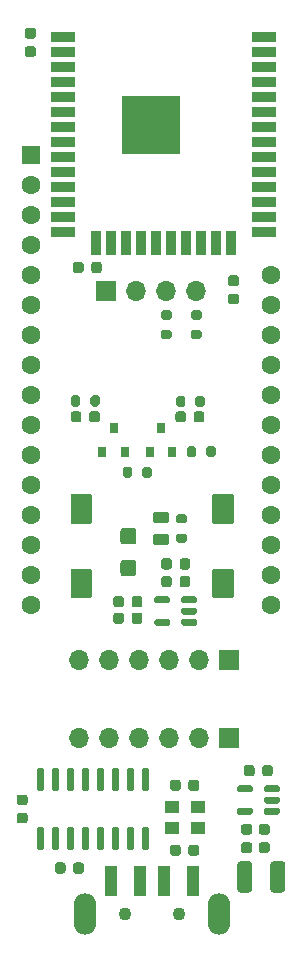
<source format=gbr>
G04 #@! TF.GenerationSoftware,KiCad,Pcbnew,5.1.10-88a1d61d58~90~ubuntu20.04.1*
G04 #@! TF.CreationDate,2021-07-18T21:46:05+01:00*
G04 #@! TF.ProjectId,lhc_tijolo32_board,6c68635f-7469-46a6-9f6c-6f33325f626f,rev?*
G04 #@! TF.SameCoordinates,Original*
G04 #@! TF.FileFunction,Soldermask,Top*
G04 #@! TF.FilePolarity,Negative*
%FSLAX46Y46*%
G04 Gerber Fmt 4.6, Leading zero omitted, Abs format (unit mm)*
G04 Created by KiCad (PCBNEW 5.1.10-88a1d61d58~90~ubuntu20.04.1) date 2021-07-18 21:46:05*
%MOMM*%
%LPD*%
G01*
G04 APERTURE LIST*
%ADD10O,1.700000X1.700000*%
%ADD11R,1.700000X1.700000*%
%ADD12C,1.600000*%
%ADD13R,1.600000X1.600000*%
%ADD14C,1.100000*%
%ADD15O,1.900000X3.500000*%
%ADD16R,1.100000X2.500000*%
%ADD17R,0.800000X0.900000*%
%ADD18R,5.000000X5.000000*%
%ADD19R,2.000000X0.900000*%
%ADD20R,0.900000X2.000000*%
%ADD21R,1.300000X1.000000*%
G04 APERTURE END LIST*
D10*
X107442000Y-88138000D03*
X109982000Y-88138000D03*
X112522000Y-88138000D03*
X115062000Y-88138000D03*
X117602000Y-88138000D03*
D11*
X120142000Y-88138000D03*
D10*
X107442000Y-94742000D03*
X109982000Y-94742000D03*
X112522000Y-94742000D03*
X115062000Y-94742000D03*
X117602000Y-94742000D03*
D11*
X120142000Y-94742000D03*
D10*
X117348000Y-56896000D03*
X114808000Y-56896000D03*
X112268000Y-56896000D03*
D11*
X109728000Y-56896000D03*
D12*
X123700000Y-83480000D03*
X123700000Y-80940000D03*
X123700000Y-78400000D03*
X123700000Y-75860000D03*
X123700000Y-73320000D03*
X123700000Y-70780000D03*
X123700000Y-68240000D03*
X123700000Y-65700000D03*
X123700000Y-63160000D03*
X123700000Y-60620000D03*
X123700000Y-58080000D03*
X123700000Y-55540000D03*
D13*
X103380000Y-45380000D03*
D12*
X103380000Y-47920000D03*
X103380000Y-50460000D03*
X103380000Y-53000000D03*
X103380000Y-55540000D03*
X103380000Y-58080000D03*
X103380000Y-60620000D03*
X103380000Y-63160000D03*
X103380000Y-65700000D03*
X103380000Y-68240000D03*
X103380000Y-70780000D03*
X103380000Y-73320000D03*
X103380000Y-75860000D03*
X103380000Y-78400000D03*
X103380000Y-80940000D03*
X103380000Y-83480000D03*
G36*
G01*
X117625000Y-59315000D02*
X117075000Y-59315000D01*
G75*
G02*
X116875000Y-59115000I0J200000D01*
G01*
X116875000Y-58715000D01*
G75*
G02*
X117075000Y-58515000I200000J0D01*
G01*
X117625000Y-58515000D01*
G75*
G02*
X117825000Y-58715000I0J-200000D01*
G01*
X117825000Y-59115000D01*
G75*
G02*
X117625000Y-59315000I-200000J0D01*
G01*
G37*
G36*
G01*
X117625000Y-60965000D02*
X117075000Y-60965000D01*
G75*
G02*
X116875000Y-60765000I0J200000D01*
G01*
X116875000Y-60365000D01*
G75*
G02*
X117075000Y-60165000I200000J0D01*
G01*
X117625000Y-60165000D01*
G75*
G02*
X117825000Y-60365000I0J-200000D01*
G01*
X117825000Y-60765000D01*
G75*
G02*
X117625000Y-60965000I-200000J0D01*
G01*
G37*
G36*
G01*
X107800000Y-54640000D02*
X107800000Y-55140000D01*
G75*
G02*
X107575000Y-55365000I-225000J0D01*
G01*
X107125000Y-55365000D01*
G75*
G02*
X106900000Y-55140000I0J225000D01*
G01*
X106900000Y-54640000D01*
G75*
G02*
X107125000Y-54415000I225000J0D01*
G01*
X107575000Y-54415000D01*
G75*
G02*
X107800000Y-54640000I0J-225000D01*
G01*
G37*
G36*
G01*
X109350000Y-54640000D02*
X109350000Y-55140000D01*
G75*
G02*
X109125000Y-55365000I-225000J0D01*
G01*
X108675000Y-55365000D01*
G75*
G02*
X108450000Y-55140000I0J225000D01*
G01*
X108450000Y-54640000D01*
G75*
G02*
X108675000Y-54415000I225000J0D01*
G01*
X109125000Y-54415000D01*
G75*
G02*
X109350000Y-54640000I0J-225000D01*
G01*
G37*
G36*
G01*
X120398830Y-82890550D02*
X118801170Y-82890550D01*
G75*
G02*
X118699570Y-82788950I0J101600D01*
G01*
X118699570Y-80490250D01*
G75*
G02*
X118801170Y-80388650I101600J0D01*
G01*
X120398830Y-80388650D01*
G75*
G02*
X120500430Y-80490250I0J-101600D01*
G01*
X120500430Y-82788950D01*
G75*
G02*
X120398830Y-82890550I-101600J0D01*
G01*
G37*
G36*
G01*
X120398830Y-76591350D02*
X118801170Y-76591350D01*
G75*
G02*
X118699570Y-76489750I0J101600D01*
G01*
X118699570Y-74191050D01*
G75*
G02*
X118801170Y-74089450I101600J0D01*
G01*
X120398830Y-74089450D01*
G75*
G02*
X120500430Y-74191050I0J-101600D01*
G01*
X120500430Y-76489750D01*
G75*
G02*
X120398830Y-76591350I-101600J0D01*
G01*
G37*
G36*
G01*
X108398830Y-82890550D02*
X106801170Y-82890550D01*
G75*
G02*
X106699570Y-82788950I0J101600D01*
G01*
X106699570Y-80490250D01*
G75*
G02*
X106801170Y-80388650I101600J0D01*
G01*
X108398830Y-80388650D01*
G75*
G02*
X108500430Y-80490250I0J-101600D01*
G01*
X108500430Y-82788950D01*
G75*
G02*
X108398830Y-82890550I-101600J0D01*
G01*
G37*
G36*
G01*
X108398830Y-76591350D02*
X106801170Y-76591350D01*
G75*
G02*
X106699570Y-76489750I0J101600D01*
G01*
X106699570Y-74191050D01*
G75*
G02*
X106801170Y-74089450I101600J0D01*
G01*
X108398830Y-74089450D01*
G75*
G02*
X108500430Y-74191050I0J-101600D01*
G01*
X108500430Y-76489750D01*
G75*
G02*
X108398830Y-76591350I-101600J0D01*
G01*
G37*
G36*
G01*
X117275000Y-66515000D02*
X117275000Y-65965000D01*
G75*
G02*
X117475000Y-65765000I200000J0D01*
G01*
X117875000Y-65765000D01*
G75*
G02*
X118075000Y-65965000I0J-200000D01*
G01*
X118075000Y-66515000D01*
G75*
G02*
X117875000Y-66715000I-200000J0D01*
G01*
X117475000Y-66715000D01*
G75*
G02*
X117275000Y-66515000I0J200000D01*
G01*
G37*
G36*
G01*
X115625000Y-66515000D02*
X115625000Y-65965000D01*
G75*
G02*
X115825000Y-65765000I200000J0D01*
G01*
X116225000Y-65765000D01*
G75*
G02*
X116425000Y-65965000I0J-200000D01*
G01*
X116425000Y-66515000D01*
G75*
G02*
X116225000Y-66715000I-200000J0D01*
G01*
X115825000Y-66715000D01*
G75*
G02*
X115625000Y-66515000I0J200000D01*
G01*
G37*
G36*
G01*
X112775000Y-72515000D02*
X112775000Y-71965000D01*
G75*
G02*
X112975000Y-71765000I200000J0D01*
G01*
X113375000Y-71765000D01*
G75*
G02*
X113575000Y-71965000I0J-200000D01*
G01*
X113575000Y-72515000D01*
G75*
G02*
X113375000Y-72715000I-200000J0D01*
G01*
X112975000Y-72715000D01*
G75*
G02*
X112775000Y-72515000I0J200000D01*
G01*
G37*
G36*
G01*
X111125000Y-72515000D02*
X111125000Y-71965000D01*
G75*
G02*
X111325000Y-71765000I200000J0D01*
G01*
X111725000Y-71765000D01*
G75*
G02*
X111925000Y-71965000I0J-200000D01*
G01*
X111925000Y-72515000D01*
G75*
G02*
X111725000Y-72715000I-200000J0D01*
G01*
X111325000Y-72715000D01*
G75*
G02*
X111125000Y-72515000I0J200000D01*
G01*
G37*
G36*
G01*
X122850000Y-103565000D02*
X123350000Y-103565000D01*
G75*
G02*
X123575000Y-103790000I0J-225000D01*
G01*
X123575000Y-104240000D01*
G75*
G02*
X123350000Y-104465000I-225000J0D01*
G01*
X122850000Y-104465000D01*
G75*
G02*
X122625000Y-104240000I0J225000D01*
G01*
X122625000Y-103790000D01*
G75*
G02*
X122850000Y-103565000I225000J0D01*
G01*
G37*
G36*
G01*
X122850000Y-102015000D02*
X123350000Y-102015000D01*
G75*
G02*
X123575000Y-102240000I0J-225000D01*
G01*
X123575000Y-102690000D01*
G75*
G02*
X123350000Y-102915000I-225000J0D01*
G01*
X122850000Y-102915000D01*
G75*
G02*
X122625000Y-102690000I0J225000D01*
G01*
X122625000Y-102240000D01*
G75*
G02*
X122850000Y-102015000I225000J0D01*
G01*
G37*
G36*
G01*
X104305000Y-104190000D02*
X104005000Y-104190000D01*
G75*
G02*
X103855000Y-104040000I0J150000D01*
G01*
X103855000Y-102390000D01*
G75*
G02*
X104005000Y-102240000I150000J0D01*
G01*
X104305000Y-102240000D01*
G75*
G02*
X104455000Y-102390000I0J-150000D01*
G01*
X104455000Y-104040000D01*
G75*
G02*
X104305000Y-104190000I-150000J0D01*
G01*
G37*
G36*
G01*
X105575000Y-104190000D02*
X105275000Y-104190000D01*
G75*
G02*
X105125000Y-104040000I0J150000D01*
G01*
X105125000Y-102390000D01*
G75*
G02*
X105275000Y-102240000I150000J0D01*
G01*
X105575000Y-102240000D01*
G75*
G02*
X105725000Y-102390000I0J-150000D01*
G01*
X105725000Y-104040000D01*
G75*
G02*
X105575000Y-104190000I-150000J0D01*
G01*
G37*
G36*
G01*
X106845000Y-104190000D02*
X106545000Y-104190000D01*
G75*
G02*
X106395000Y-104040000I0J150000D01*
G01*
X106395000Y-102390000D01*
G75*
G02*
X106545000Y-102240000I150000J0D01*
G01*
X106845000Y-102240000D01*
G75*
G02*
X106995000Y-102390000I0J-150000D01*
G01*
X106995000Y-104040000D01*
G75*
G02*
X106845000Y-104190000I-150000J0D01*
G01*
G37*
G36*
G01*
X108115000Y-104190000D02*
X107815000Y-104190000D01*
G75*
G02*
X107665000Y-104040000I0J150000D01*
G01*
X107665000Y-102390000D01*
G75*
G02*
X107815000Y-102240000I150000J0D01*
G01*
X108115000Y-102240000D01*
G75*
G02*
X108265000Y-102390000I0J-150000D01*
G01*
X108265000Y-104040000D01*
G75*
G02*
X108115000Y-104190000I-150000J0D01*
G01*
G37*
G36*
G01*
X109385000Y-104190000D02*
X109085000Y-104190000D01*
G75*
G02*
X108935000Y-104040000I0J150000D01*
G01*
X108935000Y-102390000D01*
G75*
G02*
X109085000Y-102240000I150000J0D01*
G01*
X109385000Y-102240000D01*
G75*
G02*
X109535000Y-102390000I0J-150000D01*
G01*
X109535000Y-104040000D01*
G75*
G02*
X109385000Y-104190000I-150000J0D01*
G01*
G37*
G36*
G01*
X110655000Y-104190000D02*
X110355000Y-104190000D01*
G75*
G02*
X110205000Y-104040000I0J150000D01*
G01*
X110205000Y-102390000D01*
G75*
G02*
X110355000Y-102240000I150000J0D01*
G01*
X110655000Y-102240000D01*
G75*
G02*
X110805000Y-102390000I0J-150000D01*
G01*
X110805000Y-104040000D01*
G75*
G02*
X110655000Y-104190000I-150000J0D01*
G01*
G37*
G36*
G01*
X111925000Y-104190000D02*
X111625000Y-104190000D01*
G75*
G02*
X111475000Y-104040000I0J150000D01*
G01*
X111475000Y-102390000D01*
G75*
G02*
X111625000Y-102240000I150000J0D01*
G01*
X111925000Y-102240000D01*
G75*
G02*
X112075000Y-102390000I0J-150000D01*
G01*
X112075000Y-104040000D01*
G75*
G02*
X111925000Y-104190000I-150000J0D01*
G01*
G37*
G36*
G01*
X113195000Y-104190000D02*
X112895000Y-104190000D01*
G75*
G02*
X112745000Y-104040000I0J150000D01*
G01*
X112745000Y-102390000D01*
G75*
G02*
X112895000Y-102240000I150000J0D01*
G01*
X113195000Y-102240000D01*
G75*
G02*
X113345000Y-102390000I0J-150000D01*
G01*
X113345000Y-104040000D01*
G75*
G02*
X113195000Y-104190000I-150000J0D01*
G01*
G37*
G36*
G01*
X113195000Y-99240000D02*
X112895000Y-99240000D01*
G75*
G02*
X112745000Y-99090000I0J150000D01*
G01*
X112745000Y-97440000D01*
G75*
G02*
X112895000Y-97290000I150000J0D01*
G01*
X113195000Y-97290000D01*
G75*
G02*
X113345000Y-97440000I0J-150000D01*
G01*
X113345000Y-99090000D01*
G75*
G02*
X113195000Y-99240000I-150000J0D01*
G01*
G37*
G36*
G01*
X111925000Y-99240000D02*
X111625000Y-99240000D01*
G75*
G02*
X111475000Y-99090000I0J150000D01*
G01*
X111475000Y-97440000D01*
G75*
G02*
X111625000Y-97290000I150000J0D01*
G01*
X111925000Y-97290000D01*
G75*
G02*
X112075000Y-97440000I0J-150000D01*
G01*
X112075000Y-99090000D01*
G75*
G02*
X111925000Y-99240000I-150000J0D01*
G01*
G37*
G36*
G01*
X110655000Y-99240000D02*
X110355000Y-99240000D01*
G75*
G02*
X110205000Y-99090000I0J150000D01*
G01*
X110205000Y-97440000D01*
G75*
G02*
X110355000Y-97290000I150000J0D01*
G01*
X110655000Y-97290000D01*
G75*
G02*
X110805000Y-97440000I0J-150000D01*
G01*
X110805000Y-99090000D01*
G75*
G02*
X110655000Y-99240000I-150000J0D01*
G01*
G37*
G36*
G01*
X109385000Y-99240000D02*
X109085000Y-99240000D01*
G75*
G02*
X108935000Y-99090000I0J150000D01*
G01*
X108935000Y-97440000D01*
G75*
G02*
X109085000Y-97290000I150000J0D01*
G01*
X109385000Y-97290000D01*
G75*
G02*
X109535000Y-97440000I0J-150000D01*
G01*
X109535000Y-99090000D01*
G75*
G02*
X109385000Y-99240000I-150000J0D01*
G01*
G37*
G36*
G01*
X108115000Y-99240000D02*
X107815000Y-99240000D01*
G75*
G02*
X107665000Y-99090000I0J150000D01*
G01*
X107665000Y-97440000D01*
G75*
G02*
X107815000Y-97290000I150000J0D01*
G01*
X108115000Y-97290000D01*
G75*
G02*
X108265000Y-97440000I0J-150000D01*
G01*
X108265000Y-99090000D01*
G75*
G02*
X108115000Y-99240000I-150000J0D01*
G01*
G37*
G36*
G01*
X106845000Y-99240000D02*
X106545000Y-99240000D01*
G75*
G02*
X106395000Y-99090000I0J150000D01*
G01*
X106395000Y-97440000D01*
G75*
G02*
X106545000Y-97290000I150000J0D01*
G01*
X106845000Y-97290000D01*
G75*
G02*
X106995000Y-97440000I0J-150000D01*
G01*
X106995000Y-99090000D01*
G75*
G02*
X106845000Y-99240000I-150000J0D01*
G01*
G37*
G36*
G01*
X105575000Y-99240000D02*
X105275000Y-99240000D01*
G75*
G02*
X105125000Y-99090000I0J150000D01*
G01*
X105125000Y-97440000D01*
G75*
G02*
X105275000Y-97290000I150000J0D01*
G01*
X105575000Y-97290000D01*
G75*
G02*
X105725000Y-97440000I0J-150000D01*
G01*
X105725000Y-99090000D01*
G75*
G02*
X105575000Y-99240000I-150000J0D01*
G01*
G37*
G36*
G01*
X104305000Y-99240000D02*
X104005000Y-99240000D01*
G75*
G02*
X103855000Y-99090000I0J150000D01*
G01*
X103855000Y-97440000D01*
G75*
G02*
X104005000Y-97290000I150000J0D01*
G01*
X104305000Y-97290000D01*
G75*
G02*
X104455000Y-97440000I0J-150000D01*
G01*
X104455000Y-99090000D01*
G75*
G02*
X104305000Y-99240000I-150000J0D01*
G01*
G37*
G36*
G01*
X116025000Y-98490000D02*
X116025000Y-98990000D01*
G75*
G02*
X115800000Y-99215000I-225000J0D01*
G01*
X115350000Y-99215000D01*
G75*
G02*
X115125000Y-98990000I0J225000D01*
G01*
X115125000Y-98490000D01*
G75*
G02*
X115350000Y-98265000I225000J0D01*
G01*
X115800000Y-98265000D01*
G75*
G02*
X116025000Y-98490000I0J-225000D01*
G01*
G37*
G36*
G01*
X117575000Y-98490000D02*
X117575000Y-98990000D01*
G75*
G02*
X117350000Y-99215000I-225000J0D01*
G01*
X116900000Y-99215000D01*
G75*
G02*
X116675000Y-98990000I0J225000D01*
G01*
X116675000Y-98490000D01*
G75*
G02*
X116900000Y-98265000I225000J0D01*
G01*
X117350000Y-98265000D01*
G75*
G02*
X117575000Y-98490000I0J-225000D01*
G01*
G37*
G36*
G01*
X122125000Y-100790000D02*
X122125000Y-101090000D01*
G75*
G02*
X121975000Y-101240000I-150000J0D01*
G01*
X120950000Y-101240000D01*
G75*
G02*
X120800000Y-101090000I0J150000D01*
G01*
X120800000Y-100790000D01*
G75*
G02*
X120950000Y-100640000I150000J0D01*
G01*
X121975000Y-100640000D01*
G75*
G02*
X122125000Y-100790000I0J-150000D01*
G01*
G37*
G36*
G01*
X122125000Y-98890000D02*
X122125000Y-99190000D01*
G75*
G02*
X121975000Y-99340000I-150000J0D01*
G01*
X120950000Y-99340000D01*
G75*
G02*
X120800000Y-99190000I0J150000D01*
G01*
X120800000Y-98890000D01*
G75*
G02*
X120950000Y-98740000I150000J0D01*
G01*
X121975000Y-98740000D01*
G75*
G02*
X122125000Y-98890000I0J-150000D01*
G01*
G37*
G36*
G01*
X124400000Y-98890000D02*
X124400000Y-99190000D01*
G75*
G02*
X124250000Y-99340000I-150000J0D01*
G01*
X123225000Y-99340000D01*
G75*
G02*
X123075000Y-99190000I0J150000D01*
G01*
X123075000Y-98890000D01*
G75*
G02*
X123225000Y-98740000I150000J0D01*
G01*
X124250000Y-98740000D01*
G75*
G02*
X124400000Y-98890000I0J-150000D01*
G01*
G37*
G36*
G01*
X124400000Y-99840000D02*
X124400000Y-100140000D01*
G75*
G02*
X124250000Y-100290000I-150000J0D01*
G01*
X123225000Y-100290000D01*
G75*
G02*
X123075000Y-100140000I0J150000D01*
G01*
X123075000Y-99840000D01*
G75*
G02*
X123225000Y-99690000I150000J0D01*
G01*
X124250000Y-99690000D01*
G75*
G02*
X124400000Y-99840000I0J-150000D01*
G01*
G37*
G36*
G01*
X124400000Y-100790000D02*
X124400000Y-101090000D01*
G75*
G02*
X124250000Y-101240000I-150000J0D01*
G01*
X123225000Y-101240000D01*
G75*
G02*
X123075000Y-101090000I0J150000D01*
G01*
X123075000Y-100790000D01*
G75*
G02*
X123225000Y-100640000I150000J0D01*
G01*
X124250000Y-100640000D01*
G75*
G02*
X124400000Y-100790000I0J-150000D01*
G01*
G37*
G36*
G01*
X102350000Y-101065000D02*
X102850000Y-101065000D01*
G75*
G02*
X103075000Y-101290000I0J-225000D01*
G01*
X103075000Y-101740000D01*
G75*
G02*
X102850000Y-101965000I-225000J0D01*
G01*
X102350000Y-101965000D01*
G75*
G02*
X102125000Y-101740000I0J225000D01*
G01*
X102125000Y-101290000D01*
G75*
G02*
X102350000Y-101065000I225000J0D01*
G01*
G37*
G36*
G01*
X102350000Y-99515000D02*
X102850000Y-99515000D01*
G75*
G02*
X103075000Y-99740000I0J-225000D01*
G01*
X103075000Y-100190000D01*
G75*
G02*
X102850000Y-100415000I-225000J0D01*
G01*
X102350000Y-100415000D01*
G75*
G02*
X102125000Y-100190000I0J225000D01*
G01*
X102125000Y-99740000D01*
G75*
G02*
X102350000Y-99515000I225000J0D01*
G01*
G37*
G36*
G01*
X121350000Y-103565000D02*
X121850000Y-103565000D01*
G75*
G02*
X122075000Y-103790000I0J-225000D01*
G01*
X122075000Y-104240000D01*
G75*
G02*
X121850000Y-104465000I-225000J0D01*
G01*
X121350000Y-104465000D01*
G75*
G02*
X121125000Y-104240000I0J225000D01*
G01*
X121125000Y-103790000D01*
G75*
G02*
X121350000Y-103565000I225000J0D01*
G01*
G37*
G36*
G01*
X121350000Y-102015000D02*
X121850000Y-102015000D01*
G75*
G02*
X122075000Y-102240000I0J-225000D01*
G01*
X122075000Y-102690000D01*
G75*
G02*
X121850000Y-102915000I-225000J0D01*
G01*
X121350000Y-102915000D01*
G75*
G02*
X121125000Y-102690000I0J225000D01*
G01*
X121125000Y-102240000D01*
G75*
G02*
X121350000Y-102015000I225000J0D01*
G01*
G37*
G36*
G01*
X123825000Y-97240000D02*
X123825000Y-97740000D01*
G75*
G02*
X123600000Y-97965000I-225000J0D01*
G01*
X123150000Y-97965000D01*
G75*
G02*
X122925000Y-97740000I0J225000D01*
G01*
X122925000Y-97240000D01*
G75*
G02*
X123150000Y-97015000I225000J0D01*
G01*
X123600000Y-97015000D01*
G75*
G02*
X123825000Y-97240000I0J-225000D01*
G01*
G37*
G36*
G01*
X122275000Y-97240000D02*
X122275000Y-97740000D01*
G75*
G02*
X122050000Y-97965000I-225000J0D01*
G01*
X121600000Y-97965000D01*
G75*
G02*
X121375000Y-97740000I0J225000D01*
G01*
X121375000Y-97240000D01*
G75*
G02*
X121600000Y-97015000I225000J0D01*
G01*
X122050000Y-97015000D01*
G75*
G02*
X122275000Y-97240000I0J-225000D01*
G01*
G37*
D14*
X111300000Y-109590000D03*
X115900000Y-109590000D03*
D15*
X107900000Y-109590000D03*
X119300000Y-109590000D03*
D16*
X110100000Y-106840000D03*
X117100000Y-106840000D03*
X112600000Y-106840000D03*
X114600000Y-106840000D03*
G36*
G01*
X115125000Y-84790000D02*
X115125000Y-85090000D01*
G75*
G02*
X114975000Y-85240000I-150000J0D01*
G01*
X113950000Y-85240000D01*
G75*
G02*
X113800000Y-85090000I0J150000D01*
G01*
X113800000Y-84790000D01*
G75*
G02*
X113950000Y-84640000I150000J0D01*
G01*
X114975000Y-84640000D01*
G75*
G02*
X115125000Y-84790000I0J-150000D01*
G01*
G37*
G36*
G01*
X115125000Y-82890000D02*
X115125000Y-83190000D01*
G75*
G02*
X114975000Y-83340000I-150000J0D01*
G01*
X113950000Y-83340000D01*
G75*
G02*
X113800000Y-83190000I0J150000D01*
G01*
X113800000Y-82890000D01*
G75*
G02*
X113950000Y-82740000I150000J0D01*
G01*
X114975000Y-82740000D01*
G75*
G02*
X115125000Y-82890000I0J-150000D01*
G01*
G37*
G36*
G01*
X117400000Y-82890000D02*
X117400000Y-83190000D01*
G75*
G02*
X117250000Y-83340000I-150000J0D01*
G01*
X116225000Y-83340000D01*
G75*
G02*
X116075000Y-83190000I0J150000D01*
G01*
X116075000Y-82890000D01*
G75*
G02*
X116225000Y-82740000I150000J0D01*
G01*
X117250000Y-82740000D01*
G75*
G02*
X117400000Y-82890000I0J-150000D01*
G01*
G37*
G36*
G01*
X117400000Y-83840000D02*
X117400000Y-84140000D01*
G75*
G02*
X117250000Y-84290000I-150000J0D01*
G01*
X116225000Y-84290000D01*
G75*
G02*
X116075000Y-84140000I0J150000D01*
G01*
X116075000Y-83840000D01*
G75*
G02*
X116225000Y-83690000I150000J0D01*
G01*
X117250000Y-83690000D01*
G75*
G02*
X117400000Y-83840000I0J-150000D01*
G01*
G37*
G36*
G01*
X117400000Y-84790000D02*
X117400000Y-85090000D01*
G75*
G02*
X117250000Y-85240000I-150000J0D01*
G01*
X116225000Y-85240000D01*
G75*
G02*
X116075000Y-85090000I0J150000D01*
G01*
X116075000Y-84790000D01*
G75*
G02*
X116225000Y-84640000I150000J0D01*
G01*
X117250000Y-84640000D01*
G75*
G02*
X117400000Y-84790000I0J-150000D01*
G01*
G37*
G36*
G01*
X107525000Y-65915000D02*
X107525000Y-66465000D01*
G75*
G02*
X107325000Y-66665000I-200000J0D01*
G01*
X106925000Y-66665000D01*
G75*
G02*
X106725000Y-66465000I0J200000D01*
G01*
X106725000Y-65915000D01*
G75*
G02*
X106925000Y-65715000I200000J0D01*
G01*
X107325000Y-65715000D01*
G75*
G02*
X107525000Y-65915000I0J-200000D01*
G01*
G37*
G36*
G01*
X109175000Y-65915000D02*
X109175000Y-66465000D01*
G75*
G02*
X108975000Y-66665000I-200000J0D01*
G01*
X108575000Y-66665000D01*
G75*
G02*
X108375000Y-66465000I0J200000D01*
G01*
X108375000Y-65915000D01*
G75*
G02*
X108575000Y-65715000I200000J0D01*
G01*
X108975000Y-65715000D01*
G75*
G02*
X109175000Y-65915000I0J-200000D01*
G01*
G37*
G36*
G01*
X115825000Y-77415000D02*
X116375000Y-77415000D01*
G75*
G02*
X116575000Y-77615000I0J-200000D01*
G01*
X116575000Y-78015000D01*
G75*
G02*
X116375000Y-78215000I-200000J0D01*
G01*
X115825000Y-78215000D01*
G75*
G02*
X115625000Y-78015000I0J200000D01*
G01*
X115625000Y-77615000D01*
G75*
G02*
X115825000Y-77415000I200000J0D01*
G01*
G37*
G36*
G01*
X115825000Y-75765000D02*
X116375000Y-75765000D01*
G75*
G02*
X116575000Y-75965000I0J-200000D01*
G01*
X116575000Y-76365000D01*
G75*
G02*
X116375000Y-76565000I-200000J0D01*
G01*
X115825000Y-76565000D01*
G75*
G02*
X115625000Y-76365000I0J200000D01*
G01*
X115625000Y-75965000D01*
G75*
G02*
X115825000Y-75765000I200000J0D01*
G01*
G37*
G36*
G01*
X118175000Y-70765000D02*
X118175000Y-70215000D01*
G75*
G02*
X118375000Y-70015000I200000J0D01*
G01*
X118775000Y-70015000D01*
G75*
G02*
X118975000Y-70215000I0J-200000D01*
G01*
X118975000Y-70765000D01*
G75*
G02*
X118775000Y-70965000I-200000J0D01*
G01*
X118375000Y-70965000D01*
G75*
G02*
X118175000Y-70765000I0J200000D01*
G01*
G37*
G36*
G01*
X116525000Y-70765000D02*
X116525000Y-70215000D01*
G75*
G02*
X116725000Y-70015000I200000J0D01*
G01*
X117125000Y-70015000D01*
G75*
G02*
X117325000Y-70215000I0J-200000D01*
G01*
X117325000Y-70765000D01*
G75*
G02*
X117125000Y-70965000I-200000J0D01*
G01*
X116725000Y-70965000D01*
G75*
G02*
X116525000Y-70765000I0J200000D01*
G01*
G37*
G36*
G01*
X115075000Y-59315000D02*
X114525000Y-59315000D01*
G75*
G02*
X114325000Y-59115000I0J200000D01*
G01*
X114325000Y-58715000D01*
G75*
G02*
X114525000Y-58515000I200000J0D01*
G01*
X115075000Y-58515000D01*
G75*
G02*
X115275000Y-58715000I0J-200000D01*
G01*
X115275000Y-59115000D01*
G75*
G02*
X115075000Y-59315000I-200000J0D01*
G01*
G37*
G36*
G01*
X115075000Y-60965000D02*
X114525000Y-60965000D01*
G75*
G02*
X114325000Y-60765000I0J200000D01*
G01*
X114325000Y-60365000D01*
G75*
G02*
X114525000Y-60165000I200000J0D01*
G01*
X115075000Y-60165000D01*
G75*
G02*
X115275000Y-60365000I0J-200000D01*
G01*
X115275000Y-60765000D01*
G75*
G02*
X115075000Y-60965000I-200000J0D01*
G01*
G37*
D17*
X114350000Y-68490000D03*
X115300000Y-70490000D03*
X113400000Y-70490000D03*
X110350000Y-68490000D03*
X111300000Y-70490000D03*
X109400000Y-70490000D03*
G36*
G01*
X113893750Y-77440000D02*
X114806250Y-77440000D01*
G75*
G02*
X115050000Y-77683750I0J-243750D01*
G01*
X115050000Y-78171250D01*
G75*
G02*
X114806250Y-78415000I-243750J0D01*
G01*
X113893750Y-78415000D01*
G75*
G02*
X113650000Y-78171250I0J243750D01*
G01*
X113650000Y-77683750D01*
G75*
G02*
X113893750Y-77440000I243750J0D01*
G01*
G37*
G36*
G01*
X113893750Y-75565000D02*
X114806250Y-75565000D01*
G75*
G02*
X115050000Y-75808750I0J-243750D01*
G01*
X115050000Y-76296250D01*
G75*
G02*
X114806250Y-76540000I-243750J0D01*
G01*
X113893750Y-76540000D01*
G75*
G02*
X113650000Y-76296250I0J243750D01*
G01*
X113650000Y-75808750D01*
G75*
G02*
X113893750Y-75565000I243750J0D01*
G01*
G37*
G36*
G01*
X117125000Y-67790000D02*
X117125000Y-67290000D01*
G75*
G02*
X117350000Y-67065000I225000J0D01*
G01*
X117800000Y-67065000D01*
G75*
G02*
X118025000Y-67290000I0J-225000D01*
G01*
X118025000Y-67790000D01*
G75*
G02*
X117800000Y-68015000I-225000J0D01*
G01*
X117350000Y-68015000D01*
G75*
G02*
X117125000Y-67790000I0J225000D01*
G01*
G37*
G36*
G01*
X115575000Y-67790000D02*
X115575000Y-67290000D01*
G75*
G02*
X115800000Y-67065000I225000J0D01*
G01*
X116250000Y-67065000D01*
G75*
G02*
X116475000Y-67290000I0J-225000D01*
G01*
X116475000Y-67790000D01*
G75*
G02*
X116250000Y-68015000I-225000J0D01*
G01*
X115800000Y-68015000D01*
G75*
G02*
X115575000Y-67790000I0J225000D01*
G01*
G37*
G36*
G01*
X107625000Y-67290000D02*
X107625000Y-67790000D01*
G75*
G02*
X107400000Y-68015000I-225000J0D01*
G01*
X106950000Y-68015000D01*
G75*
G02*
X106725000Y-67790000I0J225000D01*
G01*
X106725000Y-67290000D01*
G75*
G02*
X106950000Y-67065000I225000J0D01*
G01*
X107400000Y-67065000D01*
G75*
G02*
X107625000Y-67290000I0J-225000D01*
G01*
G37*
G36*
G01*
X109175000Y-67290000D02*
X109175000Y-67790000D01*
G75*
G02*
X108950000Y-68015000I-225000J0D01*
G01*
X108500000Y-68015000D01*
G75*
G02*
X108275000Y-67790000I0J225000D01*
G01*
X108275000Y-67290000D01*
G75*
G02*
X108500000Y-67065000I225000J0D01*
G01*
X108950000Y-67065000D01*
G75*
G02*
X109175000Y-67290000I0J-225000D01*
G01*
G37*
G36*
G01*
X120250000Y-57115000D02*
X120750000Y-57115000D01*
G75*
G02*
X120975000Y-57340000I0J-225000D01*
G01*
X120975000Y-57790000D01*
G75*
G02*
X120750000Y-58015000I-225000J0D01*
G01*
X120250000Y-58015000D01*
G75*
G02*
X120025000Y-57790000I0J225000D01*
G01*
X120025000Y-57340000D01*
G75*
G02*
X120250000Y-57115000I225000J0D01*
G01*
G37*
G36*
G01*
X120250000Y-55565000D02*
X120750000Y-55565000D01*
G75*
G02*
X120975000Y-55790000I0J-225000D01*
G01*
X120975000Y-56240000D01*
G75*
G02*
X120750000Y-56465000I-225000J0D01*
G01*
X120250000Y-56465000D01*
G75*
G02*
X120025000Y-56240000I0J225000D01*
G01*
X120025000Y-55790000D01*
G75*
G02*
X120250000Y-55565000I225000J0D01*
G01*
G37*
G36*
G01*
X106275000Y-105490000D02*
X106275000Y-105990000D01*
G75*
G02*
X106050000Y-106215000I-225000J0D01*
G01*
X105600000Y-106215000D01*
G75*
G02*
X105375000Y-105990000I0J225000D01*
G01*
X105375000Y-105490000D01*
G75*
G02*
X105600000Y-105265000I225000J0D01*
G01*
X106050000Y-105265000D01*
G75*
G02*
X106275000Y-105490000I0J-225000D01*
G01*
G37*
G36*
G01*
X107825000Y-105490000D02*
X107825000Y-105990000D01*
G75*
G02*
X107600000Y-106215000I-225000J0D01*
G01*
X107150000Y-106215000D01*
G75*
G02*
X106925000Y-105990000I0J225000D01*
G01*
X106925000Y-105490000D01*
G75*
G02*
X107150000Y-105265000I225000J0D01*
G01*
X107600000Y-105265000D01*
G75*
G02*
X107825000Y-105490000I0J-225000D01*
G01*
G37*
G36*
G01*
X112025001Y-78340000D02*
X111174999Y-78340000D01*
G75*
G02*
X110925000Y-78090001I0J249999D01*
G01*
X110925000Y-77189999D01*
G75*
G02*
X111174999Y-76940000I249999J0D01*
G01*
X112025001Y-76940000D01*
G75*
G02*
X112275000Y-77189999I0J-249999D01*
G01*
X112275000Y-78090001D01*
G75*
G02*
X112025001Y-78340000I-249999J0D01*
G01*
G37*
G36*
G01*
X112025001Y-81040000D02*
X111174999Y-81040000D01*
G75*
G02*
X110925000Y-80790001I0J249999D01*
G01*
X110925000Y-79889999D01*
G75*
G02*
X111174999Y-79640000I249999J0D01*
G01*
X112025001Y-79640000D01*
G75*
G02*
X112275000Y-79889999I0J-249999D01*
G01*
X112275000Y-80790001D01*
G75*
G02*
X112025001Y-81040000I-249999J0D01*
G01*
G37*
G36*
G01*
X103550000Y-35515000D02*
X103050000Y-35515000D01*
G75*
G02*
X102825000Y-35290000I0J225000D01*
G01*
X102825000Y-34840000D01*
G75*
G02*
X103050000Y-34615000I225000J0D01*
G01*
X103550000Y-34615000D01*
G75*
G02*
X103775000Y-34840000I0J-225000D01*
G01*
X103775000Y-35290000D01*
G75*
G02*
X103550000Y-35515000I-225000J0D01*
G01*
G37*
G36*
G01*
X103550000Y-37065000D02*
X103050000Y-37065000D01*
G75*
G02*
X102825000Y-36840000I0J225000D01*
G01*
X102825000Y-36390000D01*
G75*
G02*
X103050000Y-36165000I225000J0D01*
G01*
X103550000Y-36165000D01*
G75*
G02*
X103775000Y-36390000I0J-225000D01*
G01*
X103775000Y-36840000D01*
G75*
G02*
X103550000Y-37065000I-225000J0D01*
G01*
G37*
G36*
G01*
X111225000Y-84340000D02*
X111225000Y-84840000D01*
G75*
G02*
X111000000Y-85065000I-225000J0D01*
G01*
X110550000Y-85065000D01*
G75*
G02*
X110325000Y-84840000I0J225000D01*
G01*
X110325000Y-84340000D01*
G75*
G02*
X110550000Y-84115000I225000J0D01*
G01*
X111000000Y-84115000D01*
G75*
G02*
X111225000Y-84340000I0J-225000D01*
G01*
G37*
G36*
G01*
X112775000Y-84340000D02*
X112775000Y-84840000D01*
G75*
G02*
X112550000Y-85065000I-225000J0D01*
G01*
X112100000Y-85065000D01*
G75*
G02*
X111875000Y-84840000I0J225000D01*
G01*
X111875000Y-84340000D01*
G75*
G02*
X112100000Y-84115000I225000J0D01*
G01*
X112550000Y-84115000D01*
G75*
G02*
X112775000Y-84340000I0J-225000D01*
G01*
G37*
G36*
G01*
X111225000Y-82940000D02*
X111225000Y-83440000D01*
G75*
G02*
X111000000Y-83665000I-225000J0D01*
G01*
X110550000Y-83665000D01*
G75*
G02*
X110325000Y-83440000I0J225000D01*
G01*
X110325000Y-82940000D01*
G75*
G02*
X110550000Y-82715000I225000J0D01*
G01*
X111000000Y-82715000D01*
G75*
G02*
X111225000Y-82940000I0J-225000D01*
G01*
G37*
G36*
G01*
X112775000Y-82940000D02*
X112775000Y-83440000D01*
G75*
G02*
X112550000Y-83665000I-225000J0D01*
G01*
X112100000Y-83665000D01*
G75*
G02*
X111875000Y-83440000I0J225000D01*
G01*
X111875000Y-82940000D01*
G75*
G02*
X112100000Y-82715000I225000J0D01*
G01*
X112550000Y-82715000D01*
G75*
G02*
X112775000Y-82940000I0J-225000D01*
G01*
G37*
G36*
G01*
X116025000Y-103990000D02*
X116025000Y-104490000D01*
G75*
G02*
X115800000Y-104715000I-225000J0D01*
G01*
X115350000Y-104715000D01*
G75*
G02*
X115125000Y-104490000I0J225000D01*
G01*
X115125000Y-103990000D01*
G75*
G02*
X115350000Y-103765000I225000J0D01*
G01*
X115800000Y-103765000D01*
G75*
G02*
X116025000Y-103990000I0J-225000D01*
G01*
G37*
G36*
G01*
X117575000Y-103990000D02*
X117575000Y-104490000D01*
G75*
G02*
X117350000Y-104715000I-225000J0D01*
G01*
X116900000Y-104715000D01*
G75*
G02*
X116675000Y-104490000I0J225000D01*
G01*
X116675000Y-103990000D01*
G75*
G02*
X116900000Y-103765000I225000J0D01*
G01*
X117350000Y-103765000D01*
G75*
G02*
X117575000Y-103990000I0J-225000D01*
G01*
G37*
G36*
G01*
X115275000Y-81240000D02*
X115275000Y-81740000D01*
G75*
G02*
X115050000Y-81965000I-225000J0D01*
G01*
X114600000Y-81965000D01*
G75*
G02*
X114375000Y-81740000I0J225000D01*
G01*
X114375000Y-81240000D01*
G75*
G02*
X114600000Y-81015000I225000J0D01*
G01*
X115050000Y-81015000D01*
G75*
G02*
X115275000Y-81240000I0J-225000D01*
G01*
G37*
G36*
G01*
X116825000Y-81240000D02*
X116825000Y-81740000D01*
G75*
G02*
X116600000Y-81965000I-225000J0D01*
G01*
X116150000Y-81965000D01*
G75*
G02*
X115925000Y-81740000I0J225000D01*
G01*
X115925000Y-81240000D01*
G75*
G02*
X116150000Y-81015000I225000J0D01*
G01*
X116600000Y-81015000D01*
G75*
G02*
X116825000Y-81240000I0J-225000D01*
G01*
G37*
G36*
G01*
X115275000Y-79740000D02*
X115275000Y-80240000D01*
G75*
G02*
X115050000Y-80465000I-225000J0D01*
G01*
X114600000Y-80465000D01*
G75*
G02*
X114375000Y-80240000I0J225000D01*
G01*
X114375000Y-79740000D01*
G75*
G02*
X114600000Y-79515000I225000J0D01*
G01*
X115050000Y-79515000D01*
G75*
G02*
X115275000Y-79740000I0J-225000D01*
G01*
G37*
G36*
G01*
X116825000Y-79740000D02*
X116825000Y-80240000D01*
G75*
G02*
X116600000Y-80465000I-225000J0D01*
G01*
X116150000Y-80465000D01*
G75*
G02*
X115925000Y-80240000I0J225000D01*
G01*
X115925000Y-79740000D01*
G75*
G02*
X116150000Y-79515000I225000J0D01*
G01*
X116600000Y-79515000D01*
G75*
G02*
X116825000Y-79740000I0J-225000D01*
G01*
G37*
G36*
G01*
X124875000Y-105415000D02*
X124875000Y-107565000D01*
G75*
G02*
X124625000Y-107815000I-250000J0D01*
G01*
X123875000Y-107815000D01*
G75*
G02*
X123625000Y-107565000I0J250000D01*
G01*
X123625000Y-105415000D01*
G75*
G02*
X123875000Y-105165000I250000J0D01*
G01*
X124625000Y-105165000D01*
G75*
G02*
X124875000Y-105415000I0J-250000D01*
G01*
G37*
G36*
G01*
X122075000Y-105415000D02*
X122075000Y-107565000D01*
G75*
G02*
X121825000Y-107815000I-250000J0D01*
G01*
X121075000Y-107815000D01*
G75*
G02*
X120825000Y-107565000I0J250000D01*
G01*
X120825000Y-105415000D01*
G75*
G02*
X121075000Y-105165000I250000J0D01*
G01*
X121825000Y-105165000D01*
G75*
G02*
X122075000Y-105415000I0J-250000D01*
G01*
G37*
D18*
X113540000Y-42840000D03*
D19*
X106040000Y-35340000D03*
X106040000Y-36610000D03*
X106040000Y-37880000D03*
X106040000Y-39150000D03*
X106040000Y-40420000D03*
X106040000Y-41690000D03*
X106040000Y-42960000D03*
X106040000Y-44230000D03*
X106040000Y-45500000D03*
X106040000Y-46770000D03*
X106040000Y-48040000D03*
X106040000Y-49310000D03*
X106040000Y-50580000D03*
X106040000Y-51850000D03*
D20*
X108825000Y-52850000D03*
X110095000Y-52850000D03*
X111365000Y-52850000D03*
X112635000Y-52850000D03*
X113905000Y-52850000D03*
X115175000Y-52850000D03*
X116445000Y-52850000D03*
X117715000Y-52850000D03*
X118985000Y-52850000D03*
X120255000Y-52850000D03*
D19*
X123040000Y-51850000D03*
X123040000Y-50580000D03*
X123040000Y-49310000D03*
X123040000Y-48040000D03*
X123040000Y-46770000D03*
X123040000Y-45500000D03*
X123040000Y-44230000D03*
X123040000Y-42960000D03*
X123040000Y-41690000D03*
X123040000Y-40420000D03*
X123040000Y-39150000D03*
X123040000Y-37880000D03*
X123040000Y-36610000D03*
X123040000Y-35340000D03*
D21*
X117450000Y-100590000D03*
X115250000Y-100590000D03*
X115250000Y-102390000D03*
X117450000Y-102390000D03*
M02*

</source>
